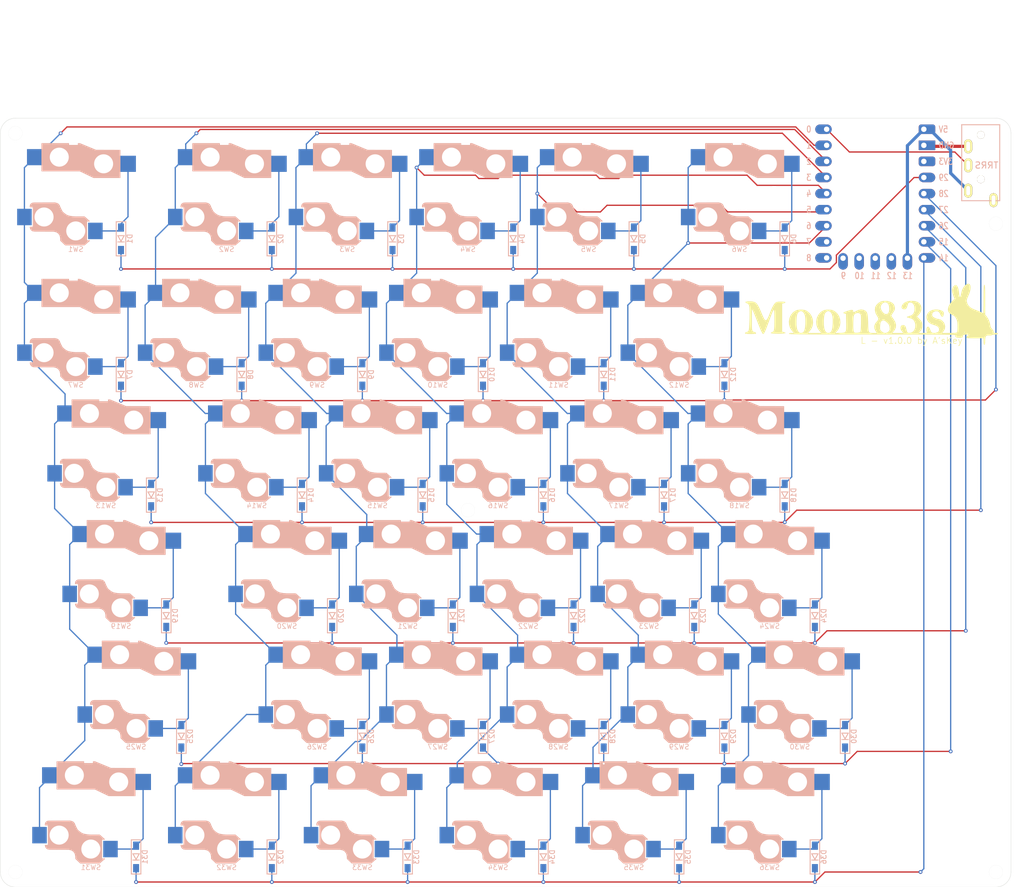
<source format=kicad_pcb>
(kicad_pcb (version 20240108) (generator "pcbnew") (generator_version "8.0")
  (layers (0 "F.Cu" signal) (31 "B.Cu" signal) (34 "B.Paste" user) (35 "F.Paste" user) (36 "B.SilkS" user "B.Silkscreen") (37 "F.SilkS" user "F.Silkscreen") (38 "B.Mask" user) (39 "F.Mask" user) (44 "Edge.Cuts" user))
  (net 0 "")
  (net 1 "Net-(D1-A)")
  (net 2 "row0")
  (net 3 "Net-(D2-A)")
  (net 4 "Net-(D3-A)")
  (net 5 "Net-(D4-A)")
  (net 6 "Net-(D5-A)")
  (net 7 "Net-(D6-A)")
  (net 8 "row1")
  (net 9 "Net-(D7-A)")
  (net 10 "Net-(D8-A)")
  (net 11 "Net-(D9-A)")
  (net 12 "Net-(D10-A)")
  (net 13 "Net-(D11-A)")
  (net 14 "Net-(D12-A)")
  (net 15 "Net-(D13-A)")
  (net 16 "row2")
  (net 17 "Net-(D14-A)")
  (net 18 "Net-(D15-A)")
  (net 19 "Net-(D16-A)")
  (net 20 "Net-(D17-A)")
  (net 21 "Net-(D18-A)")
  (net 22 "Net-(D19-A)")
  (net 23 "row3")
  (net 24 "Net-(D20-A)")
  (net 25 "Net-(D21-A)")
  (net 26 "Net-(D22-A)")
  (net 27 "Net-(D23-A)")
  (net 28 "Net-(D24-A)")
  (net 29 "row4")
  (net 30 "Net-(D25-A)")
  (net 31 "Net-(D26-A)")
  (net 32 "Net-(D27-A)")
  (net 33 "Net-(D28-A)")
  (net 34 "Net-(D29-A)")
  (net 35 "Net-(D30-A)")
  (net 36 "row5")
  (net 37 "Net-(D31-A)")
  (net 38 "Net-(D32-A)")
  (net 39 "Net-(D33-A)")
  (net 40 "Net-(D34-A)")
  (net 41 "Net-(D35-A)")
  (net 42 "Net-(D36-A)")
  (net 43 "GND")
  (net 44 "VCC")
  (net 46 "data")
  (net 47 "col0")
  (net 48 "col1")
  (net 49 "col2")
  (net 50 "col3")
  (net 51 "col4")
  (net 52 "col5")
  (footprint "askey:SW_choc12_gateron_low_profile_hotswap_1u_no_led" (layer "F.Cu") (at 147.6375 154.78125)
    (property "Reference" "SW34")
    (property "Value" "SW_PUSH" (hide yes))
  )
  (footprint "askey:SW_choc12_gateron_low_profile_hotswap_1u_no_led" (layer "F.Cu") (at 83.34375 154.78125)
    (property "Reference" "SW31")
    (property "Value" "SW_PUSH" (hide yes))
  )
  (footprint "askey:SW_choc12_gateron_low_profile_hotswap_1u_no_led" (layer "F.Cu") (at 142.875 57.15)
    (property "Reference" "SW4")
    (property "Value" "SW_PUSH" (hide yes))
  )
  (footprint "askey:SW_choc12_gateron_low_profile_hotswap_1u_no_led" (layer "F.Cu") (at 128.5875 97.63125)
    (property "Reference" "SW15")
    (property "Value" "SW_PUSH" (hide yes))
  )
  (footprint "kbd_Parts:Diode_SMD" (layer "F.Cu") (at 111.91875 161.925 90)
    (property "Reference" "D32")
    (property "Value" "D" (hide yes))
  )
  (footprint "kbd_Hole:m2_Screw_Hole_EdgeCuts" (layer "F.Cu") (at 226.21875 164.30625)
    (property "Reference" "Ref**" (hide yes))
    (property "Value" "Val**" (hide yes))
    (fp_circle (center 0 0) (end 1.1 0) (stroke (width 0.01)) (fill none) (layer "Edge.Cuts"))
  )
  (footprint "askey:SW_choc12_gateron_low_profile_hotswap_1u_no_led" (layer "F.Cu") (at 104.775 57.15)
    (property "Reference" "SW2")
    (property "Value" "SW_PUSH" (hide yes))
  )
  (footprint "askey:SW_choc12_gateron_low_profile_hotswap_1u_no_led" (layer "F.Cu") (at 166.6875 97.63125)
    (property "Reference" "SW17")
    (property "Value" "SW_PUSH" (hide yes))
  )
  (footprint "askey:SW_choc12_gateron_low_profile_hotswap_1u_no_led" (layer "F.Cu") (at 147.6375 97.63125)
    (property "Reference" "SW16")
    (property "Value" "SW_PUSH" (hide yes))
  )
  (footprint "askey:SW_choc12_gateron_low_profile_hotswap_1u_no_led" (layer "F.Cu") (at 157.1625 135.73125)
    (property "Reference" "SW28")
    (property "Value" "SW_PUSH" (hide yes))
  )
  (footprint "kbd_Parts:Diode_SMD" (layer "F.Cu") (at 202.40625 142.875 90)
    (property "Reference" "D30")
    (property "Value" "D" (hide yes))
  )
  (footprint "kbd_Parts:Diode_SMD" (layer "F.Cu") (at 183.35625 85.725 90)
    (property "Reference" "D12")
    (property "Value" "D" (hide yes))
  )
  (footprint "askey:SW_choc12_gateron_low_profile_hotswap_1u_no_led" (layer "F.Cu") (at 119.0625 78.58125)
    (property "Reference" "SW9")
    (property "Value" "SW_PUSH" (hide yes))
  )
  (footprint "kbd_Parts:Diode_SMD" (layer "F.Cu") (at 197.64375 161.925 90)
    (property "Reference" "D36")
    (property "Value" "D" (hide yes))
  )
  (footprint "kbd_Parts:Diode_SMD" (layer "F.Cu") (at 126.20625 142.875 90)
    (property "Reference" "D26")
    (property "Value" "D" (hide yes))
  )
  (footprint "kbd_Parts:Diode_SMD" (layer "F.Cu") (at 183.35625 142.875 90)
    (property "Reference" "D29")
    (property "Value" "D" (hide yes))
  )
  (footprint "kbd_Parts:Diode_SMD" (layer "F.Cu") (at 140.49375 123.825 90)
    (property "Reference" "D21")
    (property "Value" "D" (hide yes))
  )
  (footprint "kbd_Parts:Diode_SMD" (layer "F.Cu") (at 154.78125 104.775 90)
    (property "Reference" "D16")
    (property "Value" "D" (hide yes))
  )
  (footprint "askey:SW_choc12_gateron_low_profile_hotswap_1u_no_led" (layer "F.Cu") (at 109.5375 97.63125)
    (property "Reference" "SW14")
    (property "Value" "SW_PUSH" (hide yes))
  )
  (footprint "askey:SW_choc12_gateron_low_profile_hotswap_1u_no_led" (layer "F.Cu") (at 88.10625 116.68125)
    (property "Reference" "SW19")
    (property "Value" "SW_PUSH" (hide yes))
  )
  (footprint "kbd_Parts:Diode_SMD" (layer "F.Cu") (at 116.68125 104.775 90)
    (property "Reference" "D14")
    (property "Value" "D" (hide yes))
  )
  (footprint "kbd_Parts:Diode_SMD" (layer "F.Cu") (at 130.96875 64.29375 90)
    (property "Reference" "D3")
    (property "Value" "D" (hide yes))
  )
  (footprint "kbd_Parts:TRRS_MJ-4PP-9" (layer "F.Cu") (at 223.8375 52.3875)
    (property "Reference" "J1" (hide yes))
    (property "Value" "TRRS_MJ-4PP-9" (hide yes))
  )
  (footprint "askey:SW_choc12_gateron_low_profile_hotswap_1u_no_led" (layer "F.Cu") (at 171.45 116.68125)
    (property "Reference" "SW23")
    (property "Value" "SW_PUSH" (hide yes))
  )
  (footprint "kbd_Parts:Diode_SMD" (layer "F.Cu") (at 126.20625 85.725 90)
    (property "Reference" "D9")
    (property "Value" "D" (hide yes))
  )
  (footprint "kbd_Parts:Diode_SMD" (layer "F.Cu") (at 154.78125 161.925 90)
    (property "Reference" "D34")
    (property "Value" "D" (hide yes))
  )
  (footprint "askey:SW_choc12_gateron_low_profile_hotswap_1u_no_led" (layer "F.Cu") (at 185.7375 57.15)
    (property "Reference" "SW6")
    (property "Value" "SW_PUSH" (hide yes))
  )
  (footprint "askey:SW_choc12_gateron_low_profile_hotswap_1u_no_led" (layer "F.Cu") (at 126.20625 154.78125)
    (property "Reference" "SW33")
    (property "Value" "SW_PUSH" (hide yes))
  )
  (footprint "kbd_Hole:m2_Screw_Hole_EdgeCuts" (layer "F.Cu") (at 71.4375 164.30625)
    (property "Reference" "Ref**" (hide yes))
    (property "Value" "Val**" (hide yes))
    (fp_circle (center 0 0) (end 1.1 0) (stroke (width 0.01)) (fill none) (layer "Edge.Cuts"))
  )
  (footprint "kbd_Parts:Diode_SMD" (layer "F.Cu") (at 192.88125 64.29375 90)
    (property "Reference" "D6")
    (property "Value" "D" (hide yes))
  )
  (footprint "kbd_Parts:Diode_SMD" (layer "F.Cu") (at 164.30625 85.725 90)
    (property "Reference" "D11")
    (property "Value" "D" (hide yes))
  )
  (footprint "askey:SW_choc12_gateron_low_profile_hotswap_1u_no_led" (layer "F.Cu") (at 169.06875 154.78125)
    (property "Reference" "SW35")
    (property "Value" "SW_PUSH" (hide yes))
  )
  (footprint "kbd_Parts:Diode_SMD" (layer "F.Cu") (at 88.10625 64.29375 90)
    (property "Reference" "D1")
    (property "Value" "D" (hide yes))
  )
  (footprint "kbd_Parts:Diode_SMD" (layer "F.Cu") (at 159.54375 123.825 90)
    (property "Reference" "D22")
    (property "Value" "D" (hide yes))
  )
  (footprint "askey:SW_choc12_gateron_low_profile_hotswap_1u_no_led" (layer "F.Cu") (at 100.0125 78.58125)
    (property "Reference" "SW8")
    (property "Value" "SW_PUSH" (hide yes))
  )
  (footprint "kbd_Parts:Diode_SMD" (layer "F.Cu") (at 197.64375 123.825 90)
    (property "Reference" "D24")
    (property "Value" "D" (hide yes))
  )
  (footprint "askey:SW_choc12_gateron_low_profile_hotswap_1u_no_led" (layer "F.Cu") (at 152.4 116.68125)
    (property "Reference" "SW22")
    (property "Value" "SW_PUSH" (hide yes))
  )
  (footprint "kbd_Parts:Diode_SMD" (layer "F.Cu") (at 145.25625 85.725 90)
    (property "Reference" "D10")
    (property "Value" "D" (hide yes))
  )
  (footprint "askey:SW_choc12_gateron_low_profile_hotswap_1u_no_led" (layer "F.Cu") (at 157.1625 78.58125)
    (property "Reference" "SW11")
    (property "Value" "SW_PUSH" (hide yes))
  )
  (footprint "askey:SW_choc12_gateron_low_profile_hotswap_1u_no_led" (layer "F.Cu") (at 85.725 97.63125)
    (property "Reference" "SW13")
    (property "Value" "SW_PUSH" (hide yes))
  )
  (footprint "kbd_Parts:Diode_SMD" (layer "F.Cu") (at 97.63125 142.875 90)
    (property "Reference" "D25")
    (property "Value" "D" (hide yes))
  )
  (footprint "kbd_Parts:Diode_SMD" (layer "F.Cu") (at 169.06875 64.29375 90)
    (property "Reference" "D5")
    (property "Value" "D" (hide yes))
  )
  (footprint "kbd_Parts:Diode_SMD" (layer "F.Cu") (at 121.44375 123.825 90)
    (property "Reference" "D20")
    (property "Value" "D" (hide yes))
  )
  (footprint "kbd_Parts:Diode_SMD" (layer "F.Cu") (at 150.01875 64.29375 90)
    (property "Reference" "D4")
    (property "Value" "D" (hide yes))
  )
  (footprint "kbd_Parts:Diode_SMD" (layer "F.Cu") (at 90.4875 161.925 90)
    (property "Reference" "D31")
    (property "Value" "D" (hide yes))
  )
  (footprint "askey:SW_choc12_gateron_low_profile_hotswap_1u_no_led" (layer "F.Cu") (at 119.0625 135.73125)
    (property "Reference" "SW26")
    (property "Value" "SW_PUSH" (hide yes))
  )
  (footprint "kbd_Parts:Diode_SMD" (layer "F.Cu") (at 176.2125 161.925 90)
    (property "Reference" "D35")
    (property "Value" "D" (hide yes))
  )
  (footprint "askey:SW_choc12_gateron_low_profile_hotswap_1u_no_led" (layer "F.Cu") (at 190.5 116.68125)
    (property "Reference" "SW24")
    (property "Value" "SW_PUSH" (hide yes))
  )
  (footprint "askey:SW_choc12_gateron_low_profile_hotswap_1u_no_led" (layer "F.Cu") (at 114.3 116.68125)
    (property "Reference" "SW20")
    (property "Value" "SW_PUSH" (hide yes))
  )
  (footprint "kbd_Parts:Diode_SMD" (layer "F.Cu") (at 145.25625 142.875 90)
    (property "Reference" "D27")
    (property "Value" "D" (hide yes))
  )
  (footprint "askey:SW_choc12_gateron_low_profile_hotswap_1u_no_led" (layer "F.Cu") (at 138.1125 135.73125)
    (property "Reference" "SW27")
    (property "Value" "SW_PUSH" (hide yes))
  )
  (footprint "kbd_Parts:Diode_SMD" (layer "F.Cu") (at 173.83125 104.775 90)
    (property "Reference" "D17")
    (property "Value" "D" (hide yes))
  )
  (footprint "askey:SW_choc12_gateron_low_profile_hotswap_1u_no_led" (layer "F.Cu") (at 133.35 116.68125)
    (property "Reference" "SW21")
    (property "Value" "SW_PUSH" (hide yes))
  )
  (footprint "askey:SW_choc12_gateron_low_profile_hotswap_1u_no_led" (layer "F.Cu") (at 176.2125 78.58125)
    (property "Reference" "SW12")
    (property "Value" "SW_PUSH" (hide yes))
  )
  (footprint "askey:SW_choc12_gateron_low_profile_hotswap_1u_no_led" (layer "F.Cu") (at 195.2625 135.73125)
    (property "Reference" "SW30")
    (property "Value" "SW_PUSH" (hide yes))
  )
  (footprint "kbd_Parts:Diode_SMD" (layer "F.Cu") (at 92.86875 104.775 90)
    (property "Reference" "D13")
    (property "Value" "D" (hide yes))
  )
  (footprint "kbd_Parts:Diode_SMD" (layer "F.Cu") (at 135.73125 104.775 90)
    (property "Reference" "D15")
    (property "Value" "D" (hide yes))
  )
  (footprint "askey:SW_choc12_gateron_low_profile_hotswap_1u_no_led" (layer "F.Cu") (at 176.2125 135.73125)
    (property "Reference" "SW29")
    (property "Value" "SW_PUSH" (hide yes))
  )
  (footprint "kbd_Hole:m2_Screw_Hole_EdgeCuts" (layer "F.Cu") (at 71.4375 47.625)
    (property "Reference" "Ref**" (hide yes))
    (property "Value" "Val**" (hide yes))
    (fp_circle (center 0 0) (end 1.1 0) (stroke (width 0.01)) (fill none) (layer "Edge.Cuts"))
  )
  (footprint "kbd_Hole:m2_Screw_Hole_EdgeCuts" (layer "F.Cu") (at 142.875 107.15625)
    (property "Reference" "Ref**" (hide yes))
    (property "Value" "Val**" (hide yes))
    (fp_circle (center 0 0) (end 1.1 0) (stroke (width 0.01)) (fill none) (layer "Edge.Cuts"))
  )
  (footprint "askey:SW_choc12_gateron_low_profile_hotswap_1u_no_led" (layer "F.Cu") (at 138.1125 78.58125)
    (property "Reference" "SW10")
    (property "Value" "SW_PUSH" (hide yes))
  )
  (footprint "askey:SW_choc12_gateron_low_profile_hotswap_1u_no_led" (layer "F.Cu") (at 80.9625 57.15)
    (property "Reference" "SW1")
    (property "Value" "SW_PUSH" (hide yes))
  )
  (footprint "kbd_Parts:Diode_SMD" (layer "F.Cu") (at 164.30625 142.875 90)
    (property "Reference" "D28")
    (property "Value" "D" (hide yes))
  )
  (footprint "askey:SW_choc12_gateron_low_profile_hotswap_1u_no_led" (layer "F.Cu") (at 90.4875 135.73125)
    (property "Reference" "SW25")
    (property "Value" "SW_PUSH" (hide yes))
  )
  (footprint "kbd_Parts:Diode_SMD" (layer "F.Cu") (at 107.15625 85.725 90)
    (property "Reference" "D8")
    (property "Value" "D" (hide yes))
  )
  (footprint "askey:SW_choc12_gateron_low_profile_hotswap_1u_no_led" (layer "F.Cu") (at 185.7375 97.63125)
    (property "Reference" "SW18")
    (property "Value" "SW_PUSH" (hide yes))
  )
  (footprint "askey:SW_choc12_gateron_low_profile_hotswap_1u_no_led" (layer "F.Cu") (at 123.825 57.15)
    (property "Reference" "SW3")
    (property "Value" "SW_PUSH" (hide yes))
  )
  (footprint "kbd_Parts:Diode_SMD" (layer "F.Cu") (at 133.35 161.925 90)
    (property "Reference" "D33")
    (property "Value" "D" (hide yes))
  )
  (footprint "kbd_Parts:Diode_SMD" (layer "F.Cu") (at 111.91875 64.29375 90)
    (property "Reference" "D2")
    (property "Value" "D" (hide yes))
  )
  (footprint "askey:SW_choc12_gateron_low_profile_hotswap_1u_no_led" (layer "F.Cu") (at 190.5 154.78125)
    (property "Reference" "SW36")
    (property "Value" "SW_PUSH" (hide yes))
  )
  (footprint "askey:SW_choc12_gateron_low_profile_hotswap_1u_no_led" (layer "F.Cu") (at 104.775 154.78125)
    (property "Reference" "SW32")
    (property "Value" "SW_PUSH" (hide yes))
  )
  (footprint "askey:SW_choc12_gateron_low_profile_hotswap_1u_no_led" (layer "F.Cu") (at 80.9625 78.58125)
    (property "Reference" "SW7")
    (property "Value" "SW_PUSH" (hide yes))
  )
  (footprint "symbol:Moon83s_logo" (layer "F.Cu") (at 207.16875 76.2)
    (property "Reference" "G***" (hide yes))
    (property "Value" "LOGO" (hide yes))
  )
  (footprint "kbd_Hole:m2_Screw_Hole_EdgeCuts" (layer "F.Cu") (at 226.21875 61.9125)
    (property "Reference" "Ref**" (hide yes))
    (property "Value" "Val**" (hide yes))
    (fp_circle (center 0 0) (end 1.1 0) (stroke (width 0.01)) (fill none) (layer "Edge.Cuts"))
  )
  (footprint "kbd_Parts:Diode_SMD" (layer "F.Cu") (at 95.25 123.825 90)
    (property "Reference" "D19")
    (property "Value" "D" (hide yes))
  )
  (footprint "kbd_Parts:Diode_SMD" (layer "F.Cu") (at 192.88125 104.775 90)
    (property "Reference" "D18")
    (property "Value" "D" (hide yes))
  )
  (footprint "askey:SW_choc12_gateron_low_profile_hotswap_1u_no_led" (layer "F.Cu") (at 161.925 57.15)
    (property "Reference" "SW5")
    (property "Value" "SW_PUSH" (hide yes))
  )
  (footprint "kbd_Parts:Diode_SMD" (layer "F.Cu") (at 88.10625 85.725 90)
    (property "Reference" "D7")
    (property "Value" "D" (hide yes))
  )
  (footprint "kbd_Parts:Diode_SMD" (layer "F.Cu") (at 178.59375 123.825 90)
    (property "Reference" "D23")
    (property "Value" "D" (hide yes))
  )
  (footprint "isw-kbd:RP2040-Zero-THT" (layer "B.Cu") (at 207.16875 57.15 180)
    (property "Reference" "U1" (hide yes))
    (property "Value" "RP2040-Zero" (hide yes))
  )
  (gr_line (start 69.05625 164.30625) (end 69.05625 47.625) (stroke (width 0.05)) (layer "Edge.Cuts"))
  (gr_arc (start 71.4375 166.6875) (mid 69.753702 165.990048) (end 69.05625 164.30625) (stroke (width 0.05)) (layer "Edge.Cuts"))
  (gr_arc (start 69.05625 47.625) (mid 69.753702 45.941202) (end 71.4375 45.24375) (stroke (width 0.05)) (layer "Edge.Cuts"))
  (gr_line (start 226.21875 166.6875) (end 71.4375 166.6875) (stroke (width 0.05)) (layer "Edge.Cuts"))
  (gr_arc (start 226.21875 45.24375) (mid 227.902548 45.941202) (end 228.6 47.625) (stroke (width 0.05)) (layer "Edge.Cuts"))
  (gr_line (start 228.6 47.625) (end 228.6 164.30625) (stroke (width 0.05)) (layer "Edge.Cuts"))
  (gr_arc (start 228.6 164.30625) (mid 227.902548 165.990048) (end 226.21875 166.6875) (stroke (width 0.05)) (layer "Edge.Cuts"))
  (gr_line (start 71.4375 45.24375) (end 226.21875 45.24375) (stroke (width 0.05)) (layer "Edge.Cuts"))
  (gr_text "L - v1.0.0 by A'sKey" (at 204.7875 80.9625 0) (layer "F.SilkS") (effects (font (size 1 1) (thickness 0.1)) (justify left bottom)))
  (segment (start 84.0625 63.05) (end 87.575 63.05) (width 0.2) (layer "B.Cu") (net 1))
  (segment (start 89.2125 60.80625) (end 89.2125 52.45) (width 0.2) (layer "B.Cu") (net 1))
  (segment (start 88.10625 62.51875) (end 88.10625 61.9125) (width 0.2) (layer "B.Cu") (net 1))
  (segment (start 88.10625 61.9125) (end 89.2125 60.80625) (width 0.2) (layer "B.Cu") (net 1))
  (segment (start 87.575 63.05) (end 88.10625 62.51875) (width 0.2) (layer "B.Cu") (net 1))
  (segment (start 150.01875 69.05625) (end 130.96875 69.05625) (width 0.2) (layer "F.Cu") (net 2))
  (segment (start 200.025 69.05625) (end 201.03875 68.0425) (width 0.2) (layer "F.Cu") (net 2))
  (segment (start 201.03875 66.875076) (end 213.303826 54.61) (width 0.2) (layer "F.Cu") (net 2))
  (segment (start 130.96875 69.05625) (end 111.91875 69.05625) (width 0.2) (layer "F.Cu") (net 2))
  (segment (start 213.303826 54.61) (end 214.83875 54.61) (width 0.2) (layer "F.Cu") (net 2))
  (segment (start 169.06875 69.05625) (end 150.01875 69.05625) (width 0.2) (layer "F.Cu") (net 2))
  (segment (start 201.03875 68.0425) (end 201.03875 66.875076) (width 0.2) (layer "F.Cu") (net 2))
  (segment (start 192.88125 69.05625) (end 200.025 69.05625) (width 0.2) (layer "F.Cu") (net 2))
  (segment (start 111.91875 69.05625) (end 88.10625 69.05625) (width 0.2) (layer "F.Cu") (net 2))
  (segment (start 192.88125 69.05625) (end 169.06875 69.05625) (width 0.2) (layer "F.Cu") (net 2))
  (via (at 111.91875 69.05625) (size 0.6) (drill 0.3) (layers "F.Cu" "B.Cu") (net 2))
  (via (at 130.96875 69.05625) (size 0.6) (drill 0.3) (layers "F.Cu" "B.Cu") (net 2))
  (via (at 88.10625 69.05625) (size 0.6) (drill 0.3) (layers "F.Cu" "B.Cu") (net 2))
  (via (at 169.06875 69.05625) (size 0.6) (drill 0.3) (layers "F.Cu" "B.Cu") (net 2))
  (via (at 150.01875 69.05625) (size 0.6) (drill 0.3) (layers "F.Cu" "B.Cu") (net 2))
  (via (at 192.88125 69.05625) (size 0.6) (drill 0.3) (layers "F.Cu" "B.Cu") (net 2))
  (segment (start 130.96875 66.06875) (end 130.96875 69.05625) (width 0.2) (layer "B.Cu") (net 2))
  (segment (start 169.06875 66.06875) (end 169.06875 69.05625) (width 0.2) (layer "B.Cu") (net 2))
  (segment (start 88.10625 69.05625) (end 88.10625 66.06875) (width 0.2) (layer "B.Cu") (net 2))
  (segment (start 192.88125 66.06875) (end 192.88125 69.05625) (width 0.2) (layer "B.Cu") (net 2))
  (segment (start 150.01875 66.06875) (end 150.01875 69.05625) (width 0.2) (layer "B.Cu") (net 2))
  (segment (start 111.91875 66.06875) (end 111.91875 69.05625) (width 0.2) (layer "B.Cu") (net 2))
  (segment (start 111.91875 61.9125) (end 113.025 60.80625) (width 0.2) (layer "B.Cu") (net 3))
  (segment (start 111.3875 63.05) (end 111.91875 62.51875) (width 0.2) (layer "B.Cu") (net 3))
  (segment (start 113.025 60.80625) (end 113.025 52.45) (width 0.2) (layer "B.Cu") (net 3))
  (segment (start 111.91875 62.51875) (end 111.91875 61.9125) (width 0.2) (layer "B.Cu") (net 3))
  (segment (start 107.875 63.05) (end 111.3875 63.05) (width 0.2) (layer "B.Cu") (net 3))
  (segment (start 126.925 63.05) (end 130.4375 63.05) (width 0.2) (layer "B.Cu") (net 4))
  (segment (start 132.075 61.4125) (end 130.96875 62.51875) (width 0.2) (layer "B.Cu") (net 4))
  (segment (start 130.4375 63.05) (end 130.96875 62.51875) (width 0.2) (layer "B.Cu") (net 4))
  (segment (start 132.075 52.45) (end 132.075 61.4125) (width 0.2) (layer "B.Cu") (net 4))
  (segment (start 151.125 61.4125) (end 150.01875 62.51875) (width 0.2) (layer "B.Cu") (net 5))
  (segment (start 151.125 52.45) (end 151.125 61.4125) (width 0.2) (layer "B.Cu") (net 5))
  (segment (start 149.4875 63.05) (end 150.01875 62.51875) (width 0.2) (layer "B.Cu") (net 5))
  (segment (start 145.975 63.05) (end 149.4875 63.05) (width 0.2) (layer "B.Cu") (net 5))
  (segment (start 165.025 63.05) (end 168.5375 63.05) (width 0.2) (layer "B.Cu") (net 6))
  (segment (start 170.175 61.4125) (end 169.06875 62.51875) (width 0.2) (layer "B.Cu") (net 6))
  (segment (start 170.175 52.45) (end 170.175 61.4125) (width 0.2) (layer "B.Cu") (net 6))
  (segment (start 168.5375 63.05) (end 169.06875 62.51875) (width 0.2) (layer "B.Cu") (net 6))
  (segment (start 192.35 63.05) (end 192.88125 62.51875) (width 0.2) (layer "B.Cu") (net 7))
  (segment (start 193.9875 61.4125) (end 192.88125 62.51875) (width 0.2) (layer "B.Cu") (net 7))
  (segment (start 193.9875 52.45) (end 193.9875 61.4125) (width 0.2) (layer "B.Cu") (net 7))
  (segment (start 188.8375 63.05) (end 192.35 63.05) (width 0.2) (layer "B.Cu") (net 7))
  (segment (start 183.257142 89.856042) (end 183.35625 89.756934) (width 0.2) (layer "F.Cu") (net 8))
  (segment (start 88.108458 89.856042) (end 183.257142 89.856042) (width 0.2) (layer "F.Cu") (net 8))
  (segment (start 88.10625 89.85825) (end 88.108458 89.856042) (width 0.2) (layer "F.Cu") (net 8))
  (segment (start 183.35625 89.756934) (end 224.568066 89.756934) (width 0.2) (layer "F.Cu") (net 8))
  (segment (start 224.568066 89.756934) (end 226.21875 88.10625) (width 0.2) (layer "F.Cu") (net 8))
  (via (at 126.207647 89.843104) (size 0.6) (drill 0.3) (layers "F.Cu" "B.Cu") (net 8))
  (via (at 88.10625 89.85825) (size 0.6) (drill 0.3) (layers "F.Cu" "B.Cu") (net 8))
  (via (at 183.35625 89.756934) (size 0.6) (drill 0.3) (layers "F.Cu" "B.Cu") (net 8))
  (via (at 107.157647 89.843104) (size 0.6) (drill 0.3) (layers "F.Cu" "B.Cu") (net 8))
  (via (at 145.257647 89.843104) (size 0.6) (drill 0.3) (layers "F.Cu" "B.Cu") (net 8))
  (via (at 226.21875 88.10625) (size 0.6) (drill 0.3) (layers "F.Cu" "B.Cu") (net 8))
  (via (at 164.307647 89.843104) (size 0.6) (drill 0.3) (layers "F.Cu" "B.Cu") (net 8))
  (segment (start 88.10625 89.85825) (end 88.10625 87.5) (width 0.2) (layer "B.Cu") (net 8))
  (segment (start 126.20625 89.841707) (end 126.207647 89.843104) (width 0.2) (layer "B.Cu") (net 8))
  (segment (start 107.15625 87.5) (end 107.15625 89.841707) (width 0.2) (layer "B.Cu") (net 8))
  (segment (start 145.25625 87.5) (end 145.25625 89.841707) (width 0.2) (layer "B.Cu") (net 8))
  (segment (start 145.25625 89.841707) (end 145.257647 89.843104) (width 0.2) (layer "B.Cu") (net 8))
  (segment (start 164.30625 89.841707) (end 164.307647 89.843104) (width 0.2) (layer "B.Cu") (net 8))
  (segment (start 126.20625 87.5) (end 126.20625 89.841707) (width 0.2) (layer "B.Cu") (net 8))
  (segment (start 214.83875 57.15) (end 226.21875 68.53) (width 0.2) (layer "B.Cu") (net 8))
  (segment (start 183.35625 89.756934) (end 183.35625 87.5) (width 0.2) (layer "B.Cu") (net 8))
  (segment (start 107.15625 89.841707) (end 107.157647 89.843104) (width 0.2) (layer "B.Cu") (net 8))
  (segment (start 164.30625 87.5) (end 164.30625 89.841707) (width 0.2) (layer "B.Cu") (net 8))
  (segment (start 226.21875 68.53) (end 226.21875 88.10625) (width 0.2) (layer "B.Cu") (net 8))
  (segment (start 89.2125 82.84375) (end 88.10625 83.95) (width 0.2) (layer "B.Cu") (net 9))
  (segment (start 84.0625 84.48125) (end 87.575 84.48125) (width 0.2) (layer "B.Cu") (net 9))
  (segment (start 87.575 84.48125) (end 88.10625 83.95) (width 0.2) (layer "B.Cu") (net 9))
  (segment (start 89.2125 73.88125) (end 89.2125 82.84375) (width 0.2) (layer "B.Cu") (net 9))
  (segment (start 103.1125 84.48125) (end 106.625 84.48125) (width 0.2) (layer "B.Cu") (net 10))
  (segment (start 108.2625 82.84375) (end 107.15625 83.95) (width 0.2) (layer "B.Cu") (net 10))
  (segment (start 108.2625 73.88125) (end 108.2625 82.84375) (width 0.2) (layer "B.Cu") (net 10))
  (segment (start 106.625 84.48125) (end 107.15625 83.95) (width 0.2) (layer "B.Cu") (net 10))
  (segment (start 122.1625 84.48125) (end 125.675 84.48125) (width 0.2) (layer "B.Cu") (net 11))
  (segment (start 127.3125 82.84375) (end 126.20625 83.95) (width 0.2) (layer "B.Cu") (net 11))
  (segment (start 125.675 84.48125) (end 126.20625 83.95) (width 0.2) (layer "B.Cu") (net 11))
  (segment (start 127.3125 73.88125) (end 127.3125 82.84375) (width 0.2) (layer "B.Cu") (net 11))
  (segment (start 144.725 84.48125) (end 145.25625 83.95) (width 0.2) (layer "B.Cu") (net 12))
  (segment (start 146.3625 82.84375) (end 145.25625 83.95) (width 0.2) (layer "B.Cu") (net 12))
  (segment (start 146.3625 73.88125) (end 146.3625 82.84375) (width 0.2) (layer "B.Cu") (net 12))
  (segment (start 141.2125 84.48125) (end 144.725 84.48125) (width 0.2) (layer "B.Cu") (net 12))
  (segment (start 163.775 84.48125) (end 164.30625 83.95) (width 0.2) (layer "B.Cu") (net 13))
  (segment (start 160.2625 84.48125) (end 163.775 84.48125) (width 0.2) (layer "B.Cu") (net 13))
  (segment (start 165.4125 73.88125) (end 165.4125 82.84375) (width 0.2) (layer "B.Cu") (net 13))
  (segment (start 165.4125 82.84375) (end 164.30625 83.95) (width 0.2) (layer "B.Cu") (net 13))
  (segment (start 184.4625 82.84375) (end 183.35625 83.95) (width 0.2) (layer "B.Cu") (net 14))
  (segment (start 179.3125 84.48125) (end 182.825 84.48125) (width 0.2) (layer "B.Cu") (net 14))
  (segment (start 182.825 84.48125) (end 183.35625 83.95) (width 0.2) (layer "B.Cu") (net 14))
  (segment (start 184.4625 73.88125) (end 184.4625 82.84375) (width 0.2) (layer "B.Cu") (net 14))
  (segment (start 92.3375 103.53125) (end 92.86875 103) (width 0.2) (layer "B.Cu") (net 15))
  (segment (start 93.975 92.93125) (end 93.975 101.89375) (width 0.2) (layer "B.Cu") (net 15))
  (segment (start 88.825 103.53125) (end 92.3375 103.53125) (width 0.2) (layer "B.Cu") (net 15))
  (segment (start 93.975 101.89375) (end 92.86875 103) (width 0.2) (layer "B.Cu") (net 15))
  (segment (start 192.88125 109.053461) (end 192.853461 109.08125) (width 0.2) (layer "F.Cu") (net 16))
  (segment (start 194.778461 107.15625) (end 223.8375 107.15625) (width 0.2) (layer "F.Cu") (net 16))
  (segment (start 135.73125 109.08125) (end 116.68125 109.08125) (width 0.2) (layer "F.Cu") (net 16))
  (segment (start 154.78125 109.08125) (end 135.73125 109.08125) (width 0.2) (layer "F.Cu") (net 16))
  (segment (start 92.872337 109.08125) (end 92.86875 109.077663) (width 0.2) (layer "F.Cu") (net 16))
  (segment (start 173.83125 109.08125) (end 154.78125 109.08125) (width 0.2) (layer "F.Cu") (net 16))
  (segment (start 192.88125 109.053461) (end 194.778461 107.15625) (width 0.2) (layer "F.Cu") (net 16))
  (segment (start 116.68125 109.08125) (end 92.872337 109.08125) (width 0.2) (layer "F.Cu") (net 16))
  (segment (start 192.853461 109.08125) (end 173.83125 109.08125) (width 0.2) (layer "F.Cu") (net 16))
  (via (at 92.86875 109.077663) (size 0.6) (drill 0.3) (layers "F.Cu" "B.Cu") (net 16))
  (via (at 192.88125 109.053461) (size 0.6) (drill 0.3) (layers "F.Cu" "B.Cu") (net 16))
  (via (at 135.73125 109.08125) (size 0.6) (drill 0.3) (layers "F.Cu" "B.Cu") (net 16))
  (via (at 154.78125 109.08125) (size 0.6) (drill 0.3) (layers "F.Cu" "B.Cu") (net 16))
  (via (at 173.83125 109.08125) (size 0.6) (drill 0.3) (layers "F.Cu" "B.Cu") (net 16))
  (via (at 116.68125 109.08125) (size 0.6) (drill 0.3) (layers "F.Cu" "B.Cu") (net 16))
  (via (at 223.8375 107.15625) (size 0.6) (drill 0.3) (layers "F.Cu" "B.Cu") (net 16))
  (segment (start 214.83875 59.69) (end 223.8375 68.68875) (width 0.2) (layer "B.Cu") (net 16))
  (segment (start 116.68125 106.55) (end 116.68125 109.08125) (width 0.2) (layer "B.Cu") (net 16))
  (segment (start 223.8375 68.68875) (end 223.8375 107.15625) (width 0.2) (layer "B.Cu") (net 16))
  (segment (start 154.78125 106.55) (end 154.78125 109.08125) (width 0.2) (layer "B.Cu") (net 16))
  (segment (start 92.86875 109.077663) (end 92.86875 106.55) (width 0.2) (layer "B.Cu") (net 16))
  (segment (start 135.73125 106.55) (end 135.73125 109.08125) (width 0.2) (layer "B.Cu") (net 16))
  (segment (start 173.83125 106.55) (end 173.83125 109.08125) (width 0.2) (layer "B.Cu") (net 16))
  (segment (start 192.88125 106.55) (end 192.88125 109.053461) (width 0.2) (layer "B.Cu") (net 16))
  (segment (start 116.15 103.53125) (end 116.68125 103) (width 0.2) (layer "B.Cu") (net 17))
  (segment (start 117.7875 92.93125) (end 117.7875 101.89375) (width 0.2) (layer "B.Cu") (net 17))
  (segment (start 117.7875 101.89375) (end 116.68125 103) (width 0.2) (layer "B.Cu") (net 17))
  (segment (start 112.6375 103.53125) (end 116.15 103.53125) (width 0.2) (layer "B.Cu") (net 17))
  (segment (start 136.8375 101.89375) (end 135.73125 103) (width 0.2) (layer "B.Cu") (net 18))
  (segment (start 131.6875 103.53125) (end 135.2 103.53125) (width 0.2) (layer "B.Cu") (net 18))
  (segment (start 135.2 103.53125) (end 135.73125 103) (width 0.2) (layer "B.Cu") (net 18))
  (segment (start 136.8375 92.93125) (end 136.8375 101.89375) (width 0.2) (layer "B.Cu") (net 18))
  (segment (start 150.7375 103.53125) (end 154.25 103.53125) (width 0.2) (layer "B.Cu") (net 19))
  (segment (start 154.25 103.53125) (end 154.78125 103) (width 0.2) (layer "B.Cu") (net 19))
  (segment (start 155.8875 101.89375) (end 154.78125 103) (width 0.2) (layer "B.Cu") (net 19))
  (segment (start 155.8875 92.93125) (end 155.8875 101.89375) (width 0.2) (layer "B.Cu") (net 19))
  (segment (start 174.9375 101.89375) (end 173.83125 103) (width 0.2) (layer "B.Cu") (net 20))
  (segment (start 169.7875 103.53125) (end 173.3 103.53125) (width 0.2) (layer "B.Cu") (net 20))
  (segment (start 173.3 103.53125) (end 173.83125 103) (width 0.2) (layer "B.Cu") (net 20))
  (segment (start 174.9375 92.93125) (end 174.9375 101.89375) (width 0.2) (layer "B.Cu") (net 20))
  (segment (start 188.8375 103.53125) (end 192.35 103.53125) (width 0.2) (layer "B.Cu") (net 21))
  (segment (start 193.9875 101.89375) (end 192.88125 103) (width 0.2) (layer "B.Cu") (net 21))
  (segment (start 192.35 103.53125) (end 192.88125 103) (width 0.2) (layer "B.Cu") (net 21))
  (segment (start 193.9875 92.93125) (end 193.9875 101.89375) (width 0.2) (layer "B.Cu") (net 21))
  (segment (start 94.71875 122.58125) (end 95.25 122.05) (width 0.2) (layer "B.Cu") (net 22))
  (segment (start 96.35625 120.94375) (end 95.25 122.05) (width 0.2) (layer "B.Cu") (net 22))
  (segment (start 96.35625 111.98125) (end 96.35625 120.94375) (width 0.2) (layer "B.Cu") (net 22))
  (segment (start 91.20625 122.58125) (end 94.71875 122.58125) (width 0.2) (layer "B.Cu") (net 22))
  (segment (start 95.25 128.114218) (end 95.267032 128.13125) (width 0.2) (layer "F.Cu") (net 23))
  (segment (start 95.267032 128.13125) (end 121.44375 128.13125) (width 0.2) (layer "F.Cu") (net 23))
  (segment (start 121.44375 128.13125) (end 140.49375 128.13125) (width 0.2) (layer "F.Cu") (net 23))
  (segment (start 178.59375 128.13125) (end 197.630701 128.13125) (width 0.2) (layer "F.Cu") (net 23))
  (segment (start 199.555701 126.20625) (end 221.45625 126.20625) (width 0.2) (layer "F.Cu") (net 23))
  (segment (start 140.49375 128.13125) (end 159.54375 128.13125) (width 0.2) (layer "F.Cu") (net 23))
  (segment (start 159.54375 128.13125) (end 178.59375 128.13125) (width 0.2) (layer "F.Cu") (net 23))
  (segment (start 197.64375 128.118201) (end 199.555701 126.20625) (width 0.2) (layer "F.Cu") (net 23))
  (segment (start 197.630701 128.13125) (end 197.64375 128.118201) (width 0.2) (layer "F.Cu") (net 23))
  (via (at 159.54375 128.13125) (size 0.6) (drill 0.3) (layers "F.Cu" "B.Cu") (net 23))
  (via (at 121.44375 128.13125) (size 0.6) (drill 0.3) (layers "F.Cu" "B.Cu") (net 23))
  (via (at 197.64375 128.118201) (size 0.6) (drill 0.3) (layers "F.Cu" "B.Cu") (net 23))
  (via (at 140.49375 128.13125) (size 0.6) (drill 0.3) (layers "F.Cu" "B.Cu") (net 23))
  (via (at 178.59375 128.13125) (size 0.6) (drill 0.3) (layers "F.Cu" "B.Cu") (net 23))
  (via (at 95.25 128.114218) (size 0.6) (drill 0.3) (layers "F.Cu" "B.Cu") (net 23))
  (via (at 221.45625 126.20625) (size 0.6) (drill 0.3) (layers "F.Cu" "B.Cu") (net 23))
  (segment (start 95.25 125.6) (end 95.25 128.114218) (width 0.2) (layer "B.Cu") (net 23))
  (segment (start 159.54375 125.6) (end 159.54375 128.13125) (width 0.2) (layer "B.Cu") (net 23))
  (segment (start 140.49375 125.6) (end 140.49375 128.13125) (width 0.2) (layer "B.Cu") (net 23))
  (segment (start 221.45625 126.20625) (end 221.45625 68.8475) (width 0.2) (layer "B.Cu") (net 23))
  (segment (start 197.64375 128.118201) (end 197.64375 125.6) (width 0.2) (layer "B.Cu") (net 23))
  (segment (start 178.59375 125.6) (end 178.59375 128.13125) (width 0.2) (layer "B.Cu") (net 23))
  (segment (start 221.45625 68.8475) (end 214.83875 62.23) (width 0.2) (layer "B.Cu") (net 23))
  (segment (start 121.44375 125.6) (end 121.44375 128.13125) (width 0.2) (layer "B.Cu") (net 23))
  (segment (start 117.4 122.58125) (end 120.9125 122.58125) (width 0.2) (layer "B.Cu") (net 24))
  (segment (start 122.55 111.98125) (end 122.55 120.94375) (width 0.2) (layer "B.Cu") (net 24))
  (segment (start 122.55 120.94375) (end 121.44375 122.05) (width 0.2) (layer "B.Cu") (net 24))
  (segment (start 120.9125 122.58125) (end 121.44375 122.05) (width 0.2) (layer "B.Cu") (net 24))
  (segment (start 136.45 122.58125) (end 139.9625 122.58125) (width 0.2) (layer "B.Cu") (net 25))
  (segment (start 139.9625 122.58125) (end 140.49375 122.05) (width 0.2) (layer "B.Cu") (net 25))
  (segment (start 141.6 120.94375) (end 140.49375 122.05) (width 0.2) (layer "B.Cu") (net 25))
  (segment (start 141.6 111.98125) (end 141.6 120.94375) (width 0.2) (layer "B.Cu") (net 25))
  (segment (start 159.0125 122.58125) (end 159.54375 122.05) (width 0.2) (layer "B.Cu") (net 26))
  (segment (start 155.5 122.58125) (end 159.0125 122.58125) (width 0.2) (layer "B.Cu") (net 26))
  (segment (start 160.65 120.94375) (end 159.54375 122.05) (width 0.2) (layer "B.Cu") (net 26))
  (segment (start 160.65 111.98125) (end 160.65 120.94375) (width 0.2) (layer "B.Cu") (net 26))
  (segment (start 174.55 122.58125) (end 178.0625 122.58125) (width 0.2) (layer "B.Cu") (net 27))
  (segment (start 179.7 111.98125) (end 179.7 120.94375) (width 0.2) (layer "B.Cu") (net 27))
  (segment (start 179.7 120.94375) (end 178.59375 122.05) (width 0.2) (layer "B.Cu") (net 27))
  (segment (start 178.0625 122.58125) (end 178.59375 122.05) (width 0.2) (layer "B.Cu") (net 27))
  (segment (start 198.75 120.94375) (end 197.64375 122.05) (width 0.2) (layer "B.Cu") (net 28))
  (segment (start 193.6 122.58125) (end 197.1125 122.58125) (width 0.2) (layer "B.Cu") (net 28))
  (segment (start 197.1125 122.58125) (end 197.64375 122.05) (width 0.2) (layer "B.Cu") (net 28))
  (segment (start 198.75 111.98125) (end 198.75 120.94375) (width 0.2) (layer "B.Cu") (net 28))
  (segment (start 183.35625 147.18125) (end 164.30625 147.18125) (width 0.2) (layer "F.Cu") (net 29))
  (segment (start 147.6375 147.18125) (end 126.20625 147.18125) (width 0.2) (layer "F.Cu") (net 29))
  (segment (start 202.40625 147.174974) (end 202.399974 147.18125) (width 0.2) (layer "F.Cu") (net 29))
  (segment (start 97.706248 147.18125) (end 97.63125 147.256248) (width 0.2) (layer "F.Cu") (net 29))
  (segment (start 204.324974 145.25625) (end 219.075 145.25625) (width 0.2) (layer "F.Cu") (net 29))
  (segment (start 164.30625 147.18125) (end 147.6375 147.18125) (width 0.2) (layer "F.Cu") (net 29))
  (segment (start 202.399974 147.18125) (end 183.35625 147.18125) (width 0.2) (layer "F.Cu") (net 29))
  (segment (start 202.40625 147.174974) (end 204.324974 145.25625) (width 0.2) (layer "F.Cu") (net 29))
  (segment (start 126.20625 147.18125) (end 97.706248 147.18125) (width 0.2) (layer "F.Cu") (net 29))
  (via (at 202.40625 147.174974) (size 0.6) (drill 0.3) (layers "F.Cu" "B.Cu") (net 29))
  (via (at 219.075 145.25625) (size 0.6) (drill 0.3) (layers "F.Cu" "B.Cu") (net 29))
  (via (at 164.30625 147.18125) (size 0.6) (drill 0.3) (layers "F.Cu" "B.Cu") (net 29))
  (via (at 147.6375 147.18125) (size 0.6) (drill 0.3) (layers "F.Cu" "B.Cu") (net 29))
  (via (at 126.20625 147.18125) (size 0.6) (drill 0.3) (layers "F.Cu" "B.Cu") (net 29))
  (via (at 97.63125 147.256248) (size 0.6) (drill 0.3) (layers "F.Cu" "B.Cu") (net 29))
  (via (at 183.35625 147.18125) (size 0.6) (drill 0.3) (layers "F.Cu" "B.Cu") (net 29))
  (segment (start 183.35625 144.65) (end 183.35625 147.18125) (width 0.2) (layer "B.Cu") (net 29))
  (segment (start 97.63125 147.256248) (end 97.63125 144.65) (width 0.2) (layer "B.Cu") (net 29))
  (segment (start 126.20625 144.65) (end 126.20625 147.18125) (width 0.2) (layer "B.Cu") (net 29))
  (segment (start 145.25625 144.65) (end 145.25625 144.8) (width 0.2) (layer "B.Cu") (net 29))
  (segment (start 145.25625 144.8) (end 147.6375 147.18125) (width 0.2) (layer "B.Cu") (net 29))
  (segment (start 164.30625 144.65) (end 164.30625 147.18125) (width 0.2) (layer "B.Cu") (net 29))
  (segment (start 219.075 69.00625) (end 219.075 145.25625) (width 0.2) (layer "B.Cu") (net 29))
  (segment (start 202.40625 144.65) (end 202.40625 147.174974) (width 0.2) (layer "B.Cu") (net 29))
  (segment (start 214.83875 64.77) (end 219.075 69.00625) (width 0.2) (layer "B.Cu") (net 29))
  (segment (start 93.5875 141.63125) (end 97.1 141.63125) (width 0.2) (layer "B.Cu") (net 30))
  (segment (start 97.1 141.63125) (end 97.63125 141.1) (width 0.2) (layer "B.Cu") (net 30))
  (segment (start 98.7375 131.03125) (end 98.7375 139.99375) (width 0.2) (layer "B.Cu") (net 30))
  (segment (start 98.7375 139.99375) (end 97.63125 141.1) (width 0.2) (layer "B.Cu") (net 30))
  (segment (start 125.675 141.63125) (end 126.20625 141.1) (width 0.2) (layer "B.Cu") (net 31))
  (segment (start 127.3125 139.99375) (end 126.20625 141.1) (width 0.2) (layer "B.Cu") (net 31))
  (segment (start 127.3125 131.03125) (end 127.3125 139.99375) (width 0.2) (layer "B.Cu") (net 31))
  (segment (start 122.1625 141.63125) (end 125.675 141.63125) (width 0.2) (layer "B.Cu") (net 31))
  (segment (start 146.3625 131.03125) (end 146.3625 139.99375) (width 0.2) (layer "B.Cu") (net 32))
  (segment (start 144.725 141.63125) (end 145.25625 141.1) (width 0.2) (layer "B.Cu") (net 32))
  (segment (start 141.2125 141.63125) (end 144.725 141.63125) (width 0.2) (layer "B.Cu") (net 32))
  (segment (start 146.3625 139.99375) (end 145.25625 141.1) (width 0.2) (layer "B.Cu") (net 32))
  (segment (start 163.775 141.63125) (end 164.30625 141.1) (width 0.2) (layer "B.Cu") (net 33))
  (segment (start 165.4125 139.99375) (end 164.30625 141.1) (width 0.2) (layer "B.Cu") (net 33))
  (segment (start 160.2625 141.63125) (end 163.775 141.63125) (width 0.2) (layer "B.Cu") (net 33))
  (segment (start 165.4125 131.03125) (end 165.4125 139.99375) (width 0.2) (layer "B.Cu") (net 33))
  (segment (start 184.4625 139.99375) (end 183.35625 141.1) (width 0.2) (layer "B.Cu") (net 34))
  (segment (start 182.825 141.63125) (end 183.35625 141.1) (width 0.2) (layer "B.Cu") (net 34))
  (segment (start 179.3125 141.63125) (end 182.825 141.63125) (width 0.2) (layer "B.Cu") (net 34))
  (segment (start 184.4625 131.03125) (end 184.4625 139.99375) (width 0.2) (layer "B.Cu") (net 34))
  (segment (start 198.3625 141.63125) (end 201.875 141.63125) (width 0.2) (layer "B.Cu") (net 35))
  (segment (start 201.875 141.63125) (end 202.40625 141.1) (width 0.2) (layer "B.Cu") (net 35))
  (segment (start 203.5125 139.99375) (end 202.40625 141.1) (width 0.2) (layer "B.Cu") (net 35))
  (segment (start 203.5125 131.03125) (end 203.5125 139.99375) (width 0.2) (layer "B.Cu") (net 35))
  (segment (start 90.4875 165.8875) (end 111.91875 165.8875) (width 0.2) (layer "F.Cu") (net 36))
  (segment (start 133.35 165.8875) (end 154.78125 165.8875) (width 0.2) (layer "F.Cu") (net 36))
  (segment (start 176.2125 165.8875) (end 197.64375 165.8875) (width 0.2) (layer "F.Cu") (net 36))
  (segment (start 199.225 164.30625) (end 214.3125 164.30625) (width 0.2) (layer "F.Cu") (net 36))
  (segment (start 154.78125 165.8875) (end 176.2125 165.8875) (width 0.2) (layer "F.Cu") (net 36))
  (segment (start 111.91875 165.8875) (end 133.35 165.8875) (width 0.2) (layer "F.Cu") (net 36))
  (segment (start 197.64375 165.8875) (end 199.225 164.30625) (width 0.2) (layer "F.Cu") (net 36))
  (via (at 197.64375 165.8875) (size 0.6) (drill 0.3) (layers "F.Cu" "B.Cu") (net 36))
  (via (at 111.91875 165.8875) (size 0.6) (drill 0.3) (layers "F.Cu" "B.Cu") (net 36))
  (via (at 176.2125 165.8875) (size 0.6) (drill 0.3) (layers "F.Cu" "B.Cu") (net 36))
  (via (at 214.3125 164.30625) (size 0.6) (drill 0.3) (layers "F.Cu" "B.Cu") (net 36))
  (via (at 154.78125 165.8875) (size 0.6) (drill 0.3) (layers "F.Cu" "B.Cu") (net 36))
  (via (at 133.35 165.8875) (size 0.6) (drill 0.3) (layers "F.Cu" "B.Cu") (net 36))
  (via (at 90.4875 165.8875) (size 0.6) (drill 0.3) (layers "F.Cu" "B.Cu") (net 36))
  (segment (start 176.2125 163.7) (end 176.2125 165.8875) (width 0.2) (layer "B.Cu") (net 36))
  (segment (start 154.78125 163.7) (end 154.78125 165.8875) (width 0.2) (layer "B.Cu") (net 36))
  (segment (start 111.91875 163.7) (end 111.91875 165.8875) (width 0.2) (layer "B.Cu") (net 36))
  (segment (start 214.83875 67.31) (end 214.83875 163.78) (width 0.2) (layer "B.Cu") (net 36))
  (segment (start 214.83875 163.78) (end 214.3125 164.30625) (width 0.2) (layer "B.Cu") (net 36))
  (segment (start 90.4875 163.7) (end 90.4875 165.8875) (width 0.2) (layer "B.Cu") (net 36))
  (segment (start 133.35 163.7) (end 133.35 165.8875) (width 0.2) (layer "B.Cu") (net 36))
  (segment (start 197.64375 165.8875) (end 197.64375 163.7) (width 0.2) (layer "B.Cu") (net 36))
  (segment (start 91.59375 159.04375) (end 90.4875 160.15) (width 0.2) (layer "B.Cu") (net 37))
  (segment (start 91.59375 150.08125) (end 91.59375 159.04375) (width 0.2) (layer "B.Cu") (net 37))
  (segment (start 86.44375 160.68125) (end 89.95625 160.68125) (width 0.2) (layer "B.Cu") (net 37))
  (segment (start 89.95625 160.68125) (end 90.4875 160.15) (width 0.2) (layer "B.Cu") (net 37))
  (segment (start 111.3875 160.68125) (end 111.91875 160.15) (width 0.2) (layer "B.Cu") (net 38))
  (segment (start 113.025 159.04375) (end 111.91875 160.15) (width 0.2) (layer "B.Cu") (net 38))
  (segment (start 107.875 160.68125) (end 111.3875 160.68125) (width 0.2) (layer "B.Cu") (net 38))
  (segment (start 113.025 150.08125) (end 113.025 159.04375) (width 0.2) (layer "B.Cu") (net 38))
  (segment (start 129.30625 160.68125) (end 132.81875 160.68125) (width 0.2) (layer "B.Cu") (net 39))
  (segment (start 134.45625 159.04375) (end 133.35 160.15) (width 0.2) (layer "B.Cu") (net 39))
  (segment (start 132.81875 160.68125) (end 133.35 160.15) (width 0.2) (layer "B.Cu") (net 39))
  (segment (start 134.45625 150.08125) (end 134.45625 159.04375) (width 0.2) (layer "B.Cu") (net 39))
  (segment (start 155.8875 150.08125) (end 155.8875 159.04375) (width 0.2) (layer "B.Cu") (net 40))
  (segment (start 150.7375 160.68125) (end 154.25 160.68125) (width 0.2) (layer "B.Cu") (net 40))
  (segment (start 154.25 160.68125) (end 154.78125 160.15) (width 0.2) (layer "B.Cu") (net 40))
  (segment (start 155.8875 159.04375) (end 154.78125 160.15) (width 0.2) (layer "B.Cu") (net 40))
  (segment (start 177.31875 159.04375) (end 176.2125 160.15) (width 0.2) (layer "B.Cu") (net 41))
  (segment (start 177.31875 150.08125) (end 177.31875 159.04375) (width 0.2) (layer "B.Cu") (net 41))
  (segment (start 172.16875 160.68125) (end 175.68125 160.68125) (width 0.2) (layer "B.Cu") (net 41))
  (segment (start 175.68125 160.68125) (end 176.2125 160.15) (width 0.2) (layer "B.Cu") (net 41))
  (segment (start 197.1125 160.68125) (end 197.64375 160.15) (width 0.2) (layer "B.Cu") (net 42))
  (segment (start 193.6 160.68125) (end 197.1125 160.68125) (width 0.2) (layer "B.Cu") (net 42))
  (segment (start 198.75 159.04375) (end 197.64375 160.15) (width 0.2) (layer "B.Cu") (net 42))
  (segment (start 198.75 150.08125) (end 198.75 159.04375) (width 0.2) (layer "B.Cu") (net 42))
  (segment (start 214.99625 49.6875) (end 221.8375 49.6875) (width 0.5) (layer "F.Cu") (net 43))
  (segment (start 214.83875 49.53) (end 214.99625 49.6875) (width 0.5) (layer "F.Cu") (net 43))
  (segment (start 212.24875 49.58) (end 214.83875 46.99) (width 0.5) (layer "B.Cu") (net 44))
  (segment (start 214.83875 46.99) (end 215.74875 46.99) (width 0.5) (layer "B.Cu") (net 44))
  (segment (start 212.24875 67.36) (end 212.24875 49.58) (width 0.5) (layer "B.Cu") (net 44))
  (segment (start 219.075 53.925) (end 221.8375 56.6875) (width 0.5) (layer "B.Cu") (net 44))
  (segment (start 219.075 50.31625) (end 219.075 53.925) (width 0.5) (layer "B.Cu") (net 44))
  (segment (start 215.74875 46.99) (end 219.075 50.31625) (width 0.5) (layer "B.Cu") (net 44))
  (segment (start 221.8375 52.6875) (end 219.73 50.58) (width 0.2) (layer "F.Cu") (net 46))
  (segment (start 203.08875 50.58) (end 199.49875 46.99) (width 0.2) (layer "F.Cu") (net 46))
  (segment (start 219.73 50.58) (end 203.08875 50.58) (width 0.2) (layer "F.Cu") (net 46))
  (segment (start 197.524435 49.53) (end 199.49875 49.53) (width 0.2) (layer "F.Cu") (net 47))
  (segment (start 79.58125 46.625) (end 194.619435 46.625) (width 0.2) (layer "F.Cu") (net 47))
  (segment (start 194.619435 46.625) (end 197.524435 49.53) (width 0.2) (layer "F.Cu") (net 47))
  (segment (start 78.58125 47.625) (end 79.58125 46.625) (width 0.2) (layer "F.Cu") (net 47))
  (via (at 78.58125 47.625) (size 0.6) (drill 0.3) (layers "F.Cu" "B.Cu") (net 47))
  (segment (start 72.8625 53.05) (end 72.8625 60.85) (width 0.2) (layer "B.Cu") (net 47))
  (segment (start 74.5125 51.4) (end 72.8625 53.05) (width 0.2) (layer "B.Cu") (net 47))
  (segment (start 81.65625 110.93125) (end 80.00625 112.58125) (width 0.2) (layer "B.Cu") (net 47))
  (segment (start 82.3875 143.5375) (end 76.89375 149.03125) (width 0.2) (layer "B.Cu") (net 47))
  (segment (start 82.3875 139.43125) (end 82.3875 143.5375) (width 0.2) (layer "B.Cu") (net 47))
  (segment (start 74.5125 51.4) (end 74.80625 51.4) (width 0.2) (layer "B.Cu") (net 47))
  (segment (start 80.00625 120.38125) (end 80.00625 125.95) (width 0.2) (layer "B.Cu") (net 47))
  (segment (start 74.5125 72.83125) (end 72.8625 74.48125) (width 0.2) (layer "B.Cu") (net 47))
  (segment (start 72.8625 60.85) (end 72.8625 71.18125) (width 0.2) (layer "B.Cu") (net 47))
  (segment (start 79.275 91.88125) (end 77.625 93.53125) (width 0.2) (layer "B.Cu") (net 47))
  (segment (start 77.625 93.53125) (end 77.625 101.33125) (width 0.2) (layer "B.Cu") (net 47))
  (segment (start 79.275 88.8) (end 79.275 91.88125) (width 0.2) (layer "B.Cu") (net 47))
  (segment (start 76.89375 149.325) (end 75.24375 150.975) (width 0.2) (layer "B.Cu") (net 47))
  (segment (start 75.24375 150.975) (end 75.24375 158.48125) (width 0.2) (layer "B.Cu") (net 47))
  (segment (start 76.89375 149.03125) (end 76.89375 149.325) (width 0.2) (layer "B.Cu") (net 47))
  (segment (start 82.3875 131.63125) (end 82.3875 139.43125) (width 0.2) (layer "B.Cu") (net 47))
  (segment (start 74.80625 51.4) (end 78.58125 47.625) (width 0.2) (layer "B.Cu") (net 47))
  (segment (start 72.8625 74.48125) (end 72.8625 82.28125) (width 0.2) (layer "B.Cu") (net 47))
  (segment (start 77.625 101.33125) (end 77.625 106.9) (width 0.2) (layer "B.Cu") (net 47))
  (segment (start 80.00625 125.95) (end 84.0375 129.98125) (width 0.2) (layer "B.Cu") (net 47))
  (segment (start 72.8625 82.28125) (end 72.8625 82.3875) (width 0.2) (layer "B.Cu") (net 47))
  (segment (start 80.00625 112.58125) (end 80.00625 120.38125) (width 0.2) (layer "B.Cu") (net 47))
  (segment (start 84.0375 129.98125) (end 82.3875 131.63125) (width 0.2) (layer "B.Cu") (net 47))
  (segment (start 77.625 106.9) (end 81.65625 110.93125) (width 0.2) (layer "B.Cu") (net 47))
  (segment (start 72.8625 82.3875) (end 79.275 88.8) (width 0.2) (layer "B.Cu") (net 47))
  (segment (start 72.8625 71.18125) (end 74.5125 72.83125) (width 0.2) (layer "B.Cu") (net 47))
  (segment (start 100.6125 47.025) (end 100.0125 47.625) (width 0.2) (layer "F.Cu") (net 48))
  (segment (start 194.45375 47.025) (end 100.6125 47.025) (width 0.2) (layer "F.Cu") (net 48))
  (segment (start 199.49875 52.07) (end 194.45375 47.025) (width 0.2) (layer "F.Cu") (net 48))
  (via (at 100.0125 47.625) (size 0.6) (drill 0.3) (layers "F.Cu" "B.Cu") (net 48))
  (segment (start 101.4375 101.33125) (end 101.4375 104.51875) (width 0.2) (layer "B.Cu") (net 48))
  (segment (start 96.675 53.05) (end 96.675 60.85) (width 0.2) (layer "B.Cu") (net 48))
  (segment (start 106.2 112.58125) (end 106.2 120.38125) (width 0.2) (layer "B.Cu") (net 48))
  (segment (start 110.9625 131.63125) (end 110.9625 139.43125) (width 0.2) (layer "B.Cu") (net 48))
  (segment (start 106.2 120.38125) (end 106.2 123.56875) (width 0.2) (layer "B.Cu") (net 48))
  (segment (start 98.325 149.03125) (end 96.675 150.68125) (width 0.2) (layer "B.Cu") (net 48))
  (segment (start 100.0125 47.625) (end 98.325 49.3125) (width 0.2) (layer "B.Cu") (net 48))
  (segment (start 96.675 150.68125) (end 96.675 158.48125) (width 0.2) (layer "B.Cu") (net 48))
  (segment (start 93.5625 64.06875) (end 93.5625 72.83125) (width 0.2) (layer "B.Cu") (net 48))
  (segment (start 96.675 60.95625) (end 93.5625 64.06875) (width 0.2) (layer "B.Cu") (net 48))
  (segment (start 103.0875 91.88125) (end 101.4375 93.53125) (width 0.2) (layer "B.Cu") (net 48))
  (segment (start 91.9125 74.775) (end 91.9125 82.28125) (width 0.2) (layer "B.Cu") (net 48))
  (segment (start 101.40625 91.88125) (end 103.0875 91.88125) (width 0.2) (layer "B.Cu") (net 48))
  (segment (start 96.675 60.85) (end 96.675 60.95625) (width 0.2) (layer "B.Cu") (net 48))
  (segment (start 98.325 49.3125) (end 98.325 51.4) (width 0.2) (layer "B.Cu") (net 48))
  (segment (start 93.5625 72.83125) (end 93.5625 73.125) (width 0.2) (layer "B.Cu") (net 48))
  (segment (start 91.9125 82.3875) (end 101.40625 91.88125) (width 0.2) (layer "B.Cu") (net 48))
  (segment (start 101.4375 104.51875) (end 107.85 110.93125) (width 0.2) (layer "B.Cu") (net 48))
  (segment (start 110.9625 139.43125) (end 107.925 139.43125) (width 0.2) (layer "B.Cu") (net 48))
  (segment (start 101.4375 93.53125) (end 101.4375 101.33125) (width 0.2) (layer "B.Cu") (net 48))
  (segment (start 112.6125 129.98125) (end 110.9625 131.63125) (width 0.2) (layer "B.Cu") (net 48))
  (segment (start 93.5625 73.125) (end 91.9125 74.775) (width 0.2) (layer "B.Cu") (net 48))
  (segment (start 107.85 110.93125) (end 106.2 112.58125) (width 0.2) (layer "B.Cu") (net 48))
  (segment (start 98.325 51.4) (end 96.675 53.05) (width 0.2) (layer "B.Cu") (net 48))
  (segment (start 107.925 139.43125) (end 98.325 149.03125) (width 0.2) (layer "B.Cu") (net 48))
  (segment (start 91.9125 82.28125) (end 91.9125 82.3875) (width 0.2) (layer "B.Cu") (net 48))
  (segment (start 106.2 123.56875) (end 112.6125 129.98125) (width 0.2) (layer "B.Cu") (net 48))
  (segment (start 192.51375 47.625) (end 119.0625 47.625) (width 0.2) (layer "F.Cu") (net 49))
  (segment (start 199.49875 54.61) (end 192.51375 47.625) (width 0.2) (layer "F.Cu") (net 49))
  (via (at 119.0625 47.625) (size 0.6) (drill 0.3) (layers "F.Cu" "B.Cu") (net 49))
  (segment (start 130.0125 139.43125) (end 125.74375 143.7) (width 0.2) (layer "B.Cu") (net 49))
  (segment (start 126.9 110.93125) (end 126.9 111.225) (width 0.2) (layer "B.Cu") (net 49))
  (segment (start 125.25 112.875) (end 125.25 120.38125) (width 0.2) (layer "B.Cu") (net 49))
  (segment (start 118.10625 150.68125) (end 118.10625 158.48125) (width 0.2) (layer "B.Cu") (net 49))
  (segment (start 131.6625 126.9) (end 131.6625 129.98125) (width 0.2) (layer "B.Cu") (net 49))
  (segment (start 122.1375 92.175) (end 120.4875 93.825) (width 0.2) (layer "B.Cu") (net 49))
  (segment (start 120.5625 91.88125) (end 122.1375 91.88125) (width 0.2) (layer "B.Cu") (net 49))
  (segment (start 122.1375 91.88125) (end 122.1375 92.175) (width 0.2) (layer "B.Cu") (net 49))
  (segment (start 126.9 111.225) (end 125.25 112.875) (width 0.2) (layer "B.Cu") (net 49))
  (segment (start 117.375 49.3125) (end 117.375 51.4) (width 0.2) (layer "B.Cu") (net 49))
  (segment (start 126.9 107.85) (end 126.9 110.93125) (width 0.2) (layer "B.Cu") (net 49))
  (segment (start 119.75625 149.03125) (end 118.10625 150.68125) (width 0.2) (layer "B.Cu") (net 49))
  (segment (start 119.0625 47.625) (end 117.375 49.3125) (width 0.2) (layer "B.Cu") (net 49))
  (segment (start 131.6625 129.98125) (end 130.0125 131.63125) (width 0.2) (layer "B.Cu") (net 49))
  (segment (start 115.725 60.85) (end 115.725 69.71875) (width 0.2) (layer "B.Cu") (net 49))
  (segment (start 112.6125 72.83125) (end 110.9625 74.48125) (width 0.2) (layer "B.Cu") (net 49))
  (segment (start 125.74375 143.7) (end 125.0875 143.7) (width 0.2) (layer "B.Cu") (net 49))
  (segment (start 120.4875 101.33125) (end 120.4875 101.4375) (width 0.2) (layer "B.Cu") (net 49))
  (segment (start 120.4875 101.4375) (end 126.9 107.85) (width 0.2) (layer "B.Cu") (net 49))
  (segment (start 110.9625 82.28125) (end 120.5625 91.88125) (width 0.2) (layer "B.Cu") (net 49))
  (segment (start 110.9625 74.48125) (end 110.9625 82.28125) (width 0.2) (layer "B.Cu") (net 49))
  (segment (start 125.25 120.4875) (end 131.6625 126.9) (width 0.2) (layer "B.Cu") (net 49))
  (segment (start 125.0875 143.7) (end 119.75625 149.03125) (width 0.2) (layer "B.Cu") (net 49))
  (segment (start 130.0125 131.63125) (end 130.0125 139.43125) (width 0.2) (layer "B.Cu") (net 49))
  (segment (start 115.725 53.05) (end 115.725 60.85) (width 0.2) (layer "B.Cu") (net 49))
  (segment (start 115.725 69.71875) (end 112.6125 72.83125) (width 0.2) (layer "B.Cu") (net 49))
  (segment (start 117.375 51.4) (end 115.725 53.05) (width 0.2) (layer "B.Cu") (net 49))
  (segment (start 120.4875 93.825) (end 120.4875 101.33125) (width 0.2) (layer "B.Cu") (net 49))
  (segment (start 125.25 120.38125) (end 125.25 120.4875) (width 0.2) (layer "B.Cu") (net 49))
  (segment (start 163.126219 54.25) (end 148.15625 54.25) (width 0.2) (layer "F.Cu") (net 50))
  (segment (start 163.644969 54.76875) (end 163.126219 54.25) (width 0.2) (layer "F.Cu") (net 50))
  (segment (start 198.19875 55.85) (end 188.538719 55.85) (width 0.2) (layer "F.Cu") (net 50))
  (segment (start 199.49875 57.15) (end 198.19875 55.85) (width 0.2) (layer "F.Cu") (net 50))
  (segment (start 166.6875 54.76875) (end 163.644969 54.76875) (width 0.2) (layer "F.Cu") (net 50))
  (segment (start 144.594969 54.76875) (end 144.076219 54.25) (width 0.2) (layer "F.Cu") (net 50))
  (segment (start 186.938719 54.25) (end 167.20625 54.25) (width 0.2) (layer "F.Cu") (net 50))
  (segment (start 144.076219 54.25) (end 135.975 54.25) (width 0.2) (layer "F.Cu") (net 50))
  (segment (start 148.15625 54.25) (end 147.6375 54.76875) (width 0.2) (layer "F.Cu") (net 50))
  (segment (start 135.975 54.25) (end 134.775 53.05) (width 0.2) (layer "F.Cu") (net 50))
  (segment (start 167.20625 54.25) (end 166.6875 54.76875) (width 0.2) (layer "F.Cu") (net 50))
  (segment (start 188.538719 55.85) (end 186.938719 54.25) (width 0.2) (layer "F.Cu") (net 50))
  (segment (start 147.6375 54.76875) (end 144.594969 54.76875) (width 0.2) (layer "F.Cu") (net 50))
  (via (at 134.775 53.05) (size 0.6) (drill 0.3) (layers "F.Cu" "B.Cu") (net 50))
  (segment (start 141.1875 149.03125) (end 141.1875 149.325) (width 0.2) (layer "B.Cu") (net 50))
  (segment (start 144.3 120.4875) (end 150.7125 126.9) (width 0.2) (layer "B.Cu") (net 50))
  (segment (start 141.1875 146.99375) (end 141.1875 149.03125) (width 0.2) (layer "B.Cu") (net 50))
  (segment (start 150.7125 130.275) (end 149.0625 131.925) (width 0.2) (layer "B.Cu") (net 50))
  (segment (start 139.5375 93.53125) (end 139.5375 101.33125) (width 0.2) (layer "B.Cu") (net 50))
  (segment (start 131.6625 72.83125) (end 130.0125 74.48125) (width 0.2) (layer "B.Cu") (net 50))
  (segment (start 141.1875 91.88125) (end 139.5375 93.53125) (width 0.2) (layer "B.Cu") (net 50))
  (segment (start 134.775 60.85) (end 134.775 69.71875) (width 0.2) (layer "B.Cu") (net 50))
  (segment (start 144.3 112.58125) (end 144.3 120.38125) (width 0.2) (layer "B.Cu") (net 50))
  (segment (start 139.50625 91.88125) (end 141.1875 91.88125) (width 0.2) (layer "B.Cu") (net 50))
  (segment (start 134.775 69.71875) (end 131.6625 72.83125) (width 0.2) (layer "B.Cu") (net 50))
  (segment (start 145.95 110.93125) (end 144.3 112.58125) (width 0.2) (layer "B.Cu") (net 50))
  (segment (start 139.5375 101.33125) (end 139.5375 106.236728) (width 0.2) (layer "B.Cu") (net 50))
  (segment (start 149.0625 139.43125) (end 148.75 139.43125) (width 0.2) (layer "B.Cu") (net 50))
  (segment (start 136.425 51.4) (end 134.775 53.05) (width 0.2) (layer "B.Cu") (net 50))
  (segment (start 144.3 120.38125) (end 144.3 120.4875) (width 0.2) (layer "B.Cu") (net 50))
  (segment (start 144.232022 110.93125) (end 145.95 110.93125) (width 0.2) (layer "B.Cu") (net 50))
  (segment (start 139.5375 150.975) (end 139.5375 158.48125) (width 0.2) (layer "B.Cu") (net 50))
  (segment (start 141.1875 149.325) (end 139.5375 150.975) (width 0.2) (layer "B.Cu") (net 50))
  (segment (start 130.0125 82.3875) (end 139.50625 91.88125) (width 0.2) (layer "B.Cu") (net 50))
  (segment (start 149.0625 131.925) (end 149.0625 139.43125) (width 0.2) (layer "B.Cu") (net 50))
  (segment (start 150.7125 126.9) (end 150.7125 129.98125) (width 0.2) (layer "B.Cu") (net 50))
  (segment (start 134.775 53.05) (end 134.775 60.85) (width 0.2) (layer "B.Cu") (net 50))
  (segment (start 130.0125 82.28125) (end 130.0125 82.3875) (width 0.2) (layer "B.Cu") (net 50))
  (segment (start 130.0125 74.48125) (end 130.0125 82.28125) (width 0.2) (layer "B.Cu") (net 50))
  (segment (start 139.5375 106.236728) (end 144.232022 110.93125) (width 0.2) (layer "B.Cu") (net 50))
  (segment (start 150.7125 129.98125) (end 150.7125 130.275) (width 0.2) (layer "B.Cu") (net 50))
  (segment (start 148.75 139.43125) (end 141.1875 146.99375) (width 0.2) (layer "B.Cu") (net 50))
  (segment (start 160.0625 60.05) (end 159.0125 59) (width 0.2) (layer "F.Cu") (net 51))
  (segment (start 164.8375 59) (end 163.7875 60.05) (width 0.2) (layer "F.Cu") (net 51))
  (segment (start 163.7875 60.05) (end 160.0625 60.05) (width 0.2) (layer "F.Cu") (net 51))
  (segment (start 199.49875 59.69) (end 199.13875 60.05) (width 0.2) (layer "F.Cu") (net 51))
  (segment (start 199.13875 60.05) (end 183.875 60.05) (width 0.2) (layer "F.Cu") (net 51))
  (segment (start 155.675 59) (end 153.825 57.15) (width 0.2) (layer "F.Cu") (net 51))
  (segment (start 182.825 59) (end 164.8375 59) (width 0.2) (layer "F.Cu") (net 51))
  (segment (start 159.0125 59) (end 155.675 59) (width 0.2) (layer "F.Cu") (net 51))
  (segment (start 183.875 60.05) (end 182.825 59) (width 0.2) (layer "F.Cu") (net 51))
  (via (at 153.825 57.15) (size 0.6) (drill 0.3) (layers "F.Cu" "B.Cu") (net 51))
  (segment (start 163.35 112.875) (end 163.35 120.38125) (width 0.2) (layer "B.Cu") (net 51))
  (segment (start 158.55625 91.88125) (end 160.2375 91.88125) (width 0.2) (layer "B.Cu") (net 51))
  (segment (start 165 110.93125) (end 165 111.225) (width 0.2) (layer "B.Cu") (net 51))
  (segment (start 155.475 51.4) (end 153.825 53.05) (width 0.2) (layer "B.Cu") (net 51))
  (segment (start 162.61875 149.03125) (end 160.96875 150.68125) (width 0.2) (layer "B.Cu") (net 51))
  (segment (start 168.1125 139.43125) (end 167.8 139.43125) (width 0.2) (layer "B.Cu") (net 51))
  (segment (start 160.96875 150.68125) (end 160.96875 158.48125) (width 0.2) (layer "B.Cu") (net 51))
  (segment (start 169.7625 130.275) (end 168.1125 131.925) (width 0.2) (layer "B.Cu") (net 51))
  (segment (start 163.35 120.38125) (end 163.35 120.4875) (width 0.2) (layer "B.Cu") (net 51))
  (segment (start 153.825 69.71875) (end 150.7125 72.83125) (width 0.2) (layer "B.Cu") (net 51))
  (segment (start 162.61875 144.6125) (end 162.61875 149.03125) (width 0.2) (layer "B.Cu") (net 51))
  (segment (start 158.5875 104.51875) (end 165 110.93125) (width 0.2) (layer "B.Cu") (net 51))
  (segment (start 153.825 57.15) (end 153.825 60.85) (width 0.2) (layer "B.Cu") (net 51))
  (segment (start 167.8 139.43125) (end 162.61875 144.6125) (width 0.2) (layer "B.Cu") (net 51))
  (segment (start 153.825 60.85) (end 153.825 69.71875) (width 0.2) (layer "B.Cu") (net 51))
  (segment (start 160.2375 91.88125) (end 158.5875 93.53125) (width 0.2) (layer "B.Cu") (net 51))
  (segment (start 163.35 120.4875) (end 169.7625 126.9) (width 0.2) (layer "B.Cu") (net 51))
  (segment (start 158.5875 93.53125) (end 158.5875 101.33125) (width 0.2) (layer "B.Cu") (net 51))
  (segment (start 168.1125 131.925) (end 168.1125 139.43125) (width 0.2) (layer "B.Cu") (net 51))
  (segment (start 150.7125 72.83125) (end 149.0625 74.48125) (width 0.2) (layer "B.Cu") (net 51))
  (segment (start 149.0625 74.48125) (end 149.0625 82.28125) (width 0.2) (layer "B.Cu") (net 51))
  (segment (start 149.0625 82.28125) (end 149.0625 82.3875) (width 0.2) (layer "B.Cu") (net 51))
  (segment (start 153.825 53.05) (end 153.825 57.15) (width 0.2) (layer "B.Cu") (net 51))
  (segment (start 165 111.225) (end 163.35 112.875) (width 0.2) (layer "B.Cu") (net 51))
  (segment (start 169.7625 129.98125) (end 169.7625 130.275) (width 0.2) (layer "B.Cu") (net 51))
  (segment (start 158.5875 101.33125) (end 158.5875 104.51875) (width 0.2) (layer "B.Cu") (net 51))
  (segment (start 169.7625 126.9) (end 169.7625 129.98125) (width 0.2) (layer "B.Cu") (net 51))
  (segment (start 149.0625 82.3875) (end 158.55625 91.88125) (width 0.2) (layer "B.Cu") (net 51))
  (segment (start 196.7725 64.95625) (end 177.6375 64.95625) (width 0.2) (layer "F.Cu") (net 52))
  (segment (start 199.49875 62.23) (end 196.7725 64.95625) (width 0.2) (layer "F.Cu") (net 52))
  (via (at 177.6375 64.95625) (size 0.6) (drill 0.3) (layers "F.Cu" "B.Cu") (net 52))
  (segment (start 177.6375 64.95625) (end 169.7625 72.83125) (width 0.2) (layer "B.Cu") (net 52))
  (segment (start 187.1625 145.91875) (end 184.05 149.03125) (width 0.2) (layer "B.Cu") (net 52))
  (segment (start 184.05 111.225) (end 182.4 112.875) (width 0.2) (layer "B.Cu") (net 52))
  (segment (start 184.05 110.93125) (end 184.05 111.225) (width 0.2) (layer "B.Cu") (net 52))
  (segment (start 182.4 150.68125) (end 182.4 158.48125) (width 0.2) (layer "B.Cu") (net 52))
  (segment (start 179.2875 91.88125) (end 177.6375 93.53125) (width 0.2) (layer "B.Cu") (net 52))
  (segment (start 187.1625 139.43125) (end 187.1625 145.91875) (width 0.2) (layer "B.Cu") (net 52))
  (segment (start 177.6375 104.51875) (end 184.05 110.93125) (width 0.2) (layer "B.Cu") (net 52))
  (segment (start 168.1125 82.28125) (end 168.1125 82.3875) (width 0.2) (layer "B.Cu") (net 52))
  (segment (start 177.6375 101.33125) (end 177.6375 104.51875) (width 0.2) (layer "B.Cu") (net 52))
  (segment (start 177.6375 53.05) (end 177.6375 60.85) (width 0.2) (layer "B.Cu") (net 52))
  (segment (start 168.1125 74.775) (end 168.1125 82.28125) (width 0.2) (layer "B.Cu") (net 52))
  (segment (start 177.6375 60.85) (end 177.6375 64.95625) (width 0.2) (layer "B.Cu") (net 52))
  (segment (start 168.1125 82.3875) (end 177.60625 91.88125) (width 0.2) (layer "B.Cu") (net 52))
  (segment (start 182.4 120.38125) (end 182.4 123.56875) (width 0.2) (layer "B.Cu") (net 52))
  (segment (start 182.4 123.56875) (end 188.8125 129.98125) (width 0.2) (layer "B.Cu") (net 52))
  (segment (start 187.1625 131.63125) (end 187.1625 139.43125) (width 0.2) (layer "B.Cu") (net 52))
  (segment (start 182.4 112.875) (end 182.4 120.38125) (width 0.2) (layer "B.Cu") (net 52))
  (segment (start 177.6375 93.53125) (end 177.6375 101.33125) (width 0.2) (layer "B.Cu") (net 52))
  (segment (start 169.7625 73.125) (end 168.1125 74.775) (width 0.2) (layer "B.Cu") (net 52))
  (segment (start 179.2875 51.4) (end 177.6375 53.05) (width 0.2) (layer "B.Cu") (net 52))
  (segment (start 184.05 149.03125) (end 182.4 150.68125) (width 0.2) (layer "B.Cu") (net 52))
  (segment (start 188.8125 129.98125) (end 187.1625 131.63125) (width 0.2) (layer "B.Cu") (net 52))
  (segment (start 177.60625 91.88125) (end 179.2875 91.88125) (width 0.2) (layer "B.Cu") (net 52))
  (segment (start 169.7625 72.83125) (end 169.7625 73.125) (width 0.2) (layer "B.Cu") (net 52))
)
</source>
